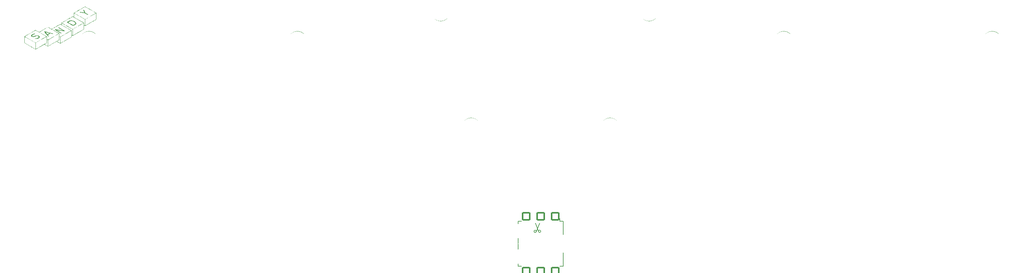
<source format=gto>
G04 #@! TF.GenerationSoftware,KiCad,Pcbnew,(6.0.10-0)*
G04 #@! TF.CreationDate,2023-02-16T14:01:49+09:00*
G04 #@! TF.ProjectId,Sandy_Middle,53616e64-795f-44d6-9964-646c652e6b69,v.0*
G04 #@! TF.SameCoordinates,Original*
G04 #@! TF.FileFunction,Legend,Top*
G04 #@! TF.FilePolarity,Positive*
%FSLAX46Y46*%
G04 Gerber Fmt 4.6, Leading zero omitted, Abs format (unit mm)*
G04 Created by KiCad (PCBNEW (6.0.10-0)) date 2023-02-16 14:01:49*
%MOMM*%
%LPD*%
G01*
G04 APERTURE LIST*
G04 Aperture macros list*
%AMRoundRect*
0 Rectangle with rounded corners*
0 $1 Rounding radius*
0 $2 $3 $4 $5 $6 $7 $8 $9 X,Y pos of 4 corners*
0 Add a 4 corners polygon primitive as box body*
4,1,4,$2,$3,$4,$5,$6,$7,$8,$9,$2,$3,0*
0 Add four circle primitives for the rounded corners*
1,1,$1+$1,$2,$3*
1,1,$1+$1,$4,$5*
1,1,$1+$1,$6,$7*
1,1,$1+$1,$8,$9*
0 Add four rect primitives between the rounded corners*
20,1,$1+$1,$2,$3,$4,$5,0*
20,1,$1+$1,$4,$5,$6,$7,0*
20,1,$1+$1,$6,$7,$8,$9,0*
20,1,$1+$1,$8,$9,$2,$3,0*%
G04 Aperture macros list end*
%ADD10C,0.127000*%
%ADD11C,0.200000*%
%ADD12O,1.850000X4.400000*%
%ADD13C,2.000000*%
%ADD14RoundRect,0.200000X-0.950000X1.000000X-0.950000X-1.000000X0.950000X-1.000000X0.950000X1.000000X0*%
%ADD15C,4.800000*%
%ADD16C,2.150000*%
%ADD17C,4.387800*%
%ADD18C,6.496000*%
%ADD19O,8.781998X5.734000*%
%ADD20O,2.100000X2.100000*%
%ADD21C,2.400000*%
G04 APERTURE END LIST*
G36*
X31954367Y-32558797D02*
G01*
X31873183Y-32512323D01*
X31786008Y-32462088D01*
X31724435Y-32426419D01*
X31634312Y-32374201D01*
X31549276Y-32325118D01*
X31470913Y-32280074D01*
X31400808Y-32239971D01*
X31340549Y-32205713D01*
X31291723Y-32178202D01*
X31255914Y-32158342D01*
X31234711Y-32147035D01*
X31229435Y-32144692D01*
X31219734Y-32149599D01*
X31193747Y-32163980D01*
X31152481Y-32187254D01*
X31096941Y-32218845D01*
X31028135Y-32258172D01*
X30947069Y-32304657D01*
X30854749Y-32357722D01*
X30752181Y-32416787D01*
X30640373Y-32481273D01*
X30520331Y-32550603D01*
X30393060Y-32624196D01*
X30259569Y-32701474D01*
X30120862Y-32781859D01*
X30049435Y-32823287D01*
X29908196Y-32905148D01*
X29771462Y-32984244D01*
X29640257Y-33059990D01*
X29515604Y-33131802D01*
X29398527Y-33199095D01*
X29290049Y-33261284D01*
X29191194Y-33317785D01*
X29102987Y-33368013D01*
X29026449Y-33411384D01*
X28962606Y-33447314D01*
X28912480Y-33475217D01*
X28877095Y-33494508D01*
X28857475Y-33504605D01*
X28853939Y-33506016D01*
X28843668Y-33504375D01*
X28824813Y-33497109D01*
X28796319Y-33483644D01*
X28757129Y-33463408D01*
X28706188Y-33435827D01*
X28657488Y-33408710D01*
X28884320Y-33408710D01*
X28921877Y-33388896D01*
X28934510Y-33381781D01*
X28963514Y-33365160D01*
X29007962Y-33339570D01*
X29066926Y-33305548D01*
X29139480Y-33263631D01*
X29224696Y-33214354D01*
X29321648Y-33158256D01*
X29429407Y-33095872D01*
X29547047Y-33027740D01*
X29673641Y-32954396D01*
X29808262Y-32876377D01*
X29949982Y-32794219D01*
X30097874Y-32708460D01*
X30251011Y-32619637D01*
X30404435Y-32530624D01*
X31154334Y-32095497D01*
X31304020Y-32095497D01*
X31741727Y-32350741D01*
X31827136Y-32400480D01*
X31907332Y-32447056D01*
X31980655Y-32489514D01*
X32045443Y-32526897D01*
X32100035Y-32558251D01*
X32142772Y-32582619D01*
X32171992Y-32599045D01*
X32186035Y-32606575D01*
X32186992Y-32606957D01*
X32188113Y-32597348D01*
X32189124Y-32569193D01*
X32190016Y-32523954D01*
X32190781Y-32463093D01*
X32191409Y-32388072D01*
X32191893Y-32300352D01*
X32192223Y-32201395D01*
X32192391Y-32092664D01*
X32192387Y-31975619D01*
X32192204Y-31851724D01*
X32191992Y-31770793D01*
X32189435Y-30933656D01*
X32064435Y-30860701D01*
X32019504Y-30834743D01*
X31980686Y-30812820D01*
X31951251Y-30796738D01*
X31934465Y-30788305D01*
X31932031Y-30787479D01*
X31930494Y-30797105D01*
X31928958Y-30824798D01*
X31927463Y-30868619D01*
X31926050Y-30926626D01*
X31924761Y-30996880D01*
X31923635Y-31077440D01*
X31922715Y-31166367D01*
X31922039Y-31261718D01*
X31922031Y-31263157D01*
X31919435Y-31739102D01*
X31611727Y-31917300D01*
X31304020Y-32095497D01*
X31154334Y-32095497D01*
X31849435Y-31692166D01*
X31851992Y-30859540D01*
X31852294Y-30732416D01*
X31852409Y-30611218D01*
X31852347Y-30497410D01*
X31852116Y-30392461D01*
X31851725Y-30297838D01*
X31851183Y-30215006D01*
X31850499Y-30145434D01*
X31849681Y-30090587D01*
X31848739Y-30051933D01*
X31847680Y-30030938D01*
X31846992Y-30027428D01*
X31837662Y-30032406D01*
X31811911Y-30046886D01*
X31770636Y-30070353D01*
X31714728Y-30102294D01*
X31645083Y-30142193D01*
X31562595Y-30189536D01*
X31468156Y-30243809D01*
X31362662Y-30304498D01*
X31247005Y-30371089D01*
X31122081Y-30443067D01*
X30988783Y-30519917D01*
X30848005Y-30601126D01*
X30700641Y-30686179D01*
X30547585Y-30774562D01*
X30389730Y-30865761D01*
X30364435Y-30880379D01*
X28889435Y-31732817D01*
X28886877Y-32570763D01*
X28884320Y-33408710D01*
X28657488Y-33408710D01*
X28642438Y-33400330D01*
X28564825Y-33356342D01*
X28472293Y-33303290D01*
X28363784Y-33240603D01*
X28349544Y-33232350D01*
X28259969Y-33180537D01*
X28175470Y-33131878D01*
X28097646Y-33087279D01*
X28028097Y-33047648D01*
X27968424Y-33013890D01*
X27920227Y-32986913D01*
X27885106Y-32967623D01*
X27864661Y-32956927D01*
X27860040Y-32955009D01*
X27850276Y-32959973D01*
X27824216Y-32974414D01*
X27782859Y-32997759D01*
X27727201Y-33029433D01*
X27658240Y-33068864D01*
X27576974Y-33115477D01*
X27484401Y-33168698D01*
X27381517Y-33227954D01*
X27269321Y-33292670D01*
X27148810Y-33362273D01*
X27020981Y-33436189D01*
X26886832Y-33513844D01*
X26747361Y-33594665D01*
X26657210Y-33646948D01*
X26500088Y-33737999D01*
X26350667Y-33824384D01*
X26209740Y-33905651D01*
X26078102Y-33981349D01*
X25956547Y-34051026D01*
X25845868Y-34114232D01*
X25746861Y-34170515D01*
X25660317Y-34219424D01*
X25587033Y-34260507D01*
X25527801Y-34293313D01*
X25483416Y-34317391D01*
X25454671Y-34332290D01*
X25442362Y-34337557D01*
X25442210Y-34337561D01*
X25431274Y-34332500D01*
X25403943Y-34317881D01*
X25361109Y-34294215D01*
X25303660Y-34262010D01*
X25263106Y-34239086D01*
X25484435Y-34239086D01*
X25511935Y-34224206D01*
X25523449Y-34217641D01*
X25551348Y-34201567D01*
X25594715Y-34176514D01*
X25652635Y-34143012D01*
X25724192Y-34101592D01*
X25808472Y-34052784D01*
X25904558Y-33997120D01*
X26011534Y-33935129D01*
X26128486Y-33867342D01*
X26254498Y-33794289D01*
X26388655Y-33716502D01*
X26530040Y-33634510D01*
X26677738Y-33548844D01*
X26830835Y-33460035D01*
X26988413Y-33368613D01*
X26994435Y-33365119D01*
X27784086Y-32906956D01*
X27944868Y-32906956D01*
X27953290Y-32912888D01*
X27977052Y-32927601D01*
X28014144Y-32949928D01*
X28062552Y-32978699D01*
X28120266Y-33012746D01*
X28185274Y-33050902D01*
X28255566Y-33091997D01*
X28329128Y-33134863D01*
X28403950Y-33178332D01*
X28478021Y-33221236D01*
X28549328Y-33262405D01*
X28615861Y-33300673D01*
X28675607Y-33334870D01*
X28726556Y-33363828D01*
X28766696Y-33386378D01*
X28794016Y-33401353D01*
X28806503Y-33407584D01*
X28806935Y-33407691D01*
X28808079Y-33398017D01*
X28809169Y-33369801D01*
X28810194Y-33324508D01*
X28811139Y-33263603D01*
X28811991Y-33188551D01*
X28812738Y-33100818D01*
X28813365Y-33001868D01*
X28813860Y-32893168D01*
X28814210Y-32776183D01*
X28814401Y-32652377D01*
X28814435Y-32573937D01*
X28814435Y-31739630D01*
X28674982Y-31658577D01*
X28627599Y-31631227D01*
X28586419Y-31607818D01*
X28554469Y-31590041D01*
X28534777Y-31579589D01*
X28529982Y-31577524D01*
X28528884Y-31587209D01*
X28527858Y-31614985D01*
X28526925Y-31658936D01*
X28526109Y-31717146D01*
X28525430Y-31787698D01*
X28524911Y-31868676D01*
X28524572Y-31958164D01*
X28524436Y-32054245D01*
X28524435Y-32066167D01*
X28524394Y-32178091D01*
X28524233Y-32271701D01*
X28523892Y-32348691D01*
X28523313Y-32410756D01*
X28522438Y-32459590D01*
X28521206Y-32496886D01*
X28519560Y-32524339D01*
X28517441Y-32543644D01*
X28514789Y-32556493D01*
X28511546Y-32564581D01*
X28507653Y-32569603D01*
X28506935Y-32570264D01*
X28494170Y-32578961D01*
X28466310Y-32596269D01*
X28425607Y-32620844D01*
X28374316Y-32651341D01*
X28314688Y-32686416D01*
X28248977Y-32724725D01*
X28216935Y-32743290D01*
X28150179Y-32782085D01*
X28089375Y-32817795D01*
X28036590Y-32849174D01*
X27993895Y-32874979D01*
X27963356Y-32893965D01*
X27947043Y-32904888D01*
X27944868Y-32906956D01*
X27784086Y-32906956D01*
X28449435Y-32520914D01*
X28451992Y-31689077D01*
X28452303Y-31562001D01*
X28452445Y-31440839D01*
X28452425Y-31327061D01*
X28452251Y-31222135D01*
X28451929Y-31127531D01*
X28451469Y-31044716D01*
X28450876Y-30975160D01*
X28450159Y-30920331D01*
X28449324Y-30881699D01*
X28448380Y-30860731D01*
X28447770Y-30857241D01*
X28438521Y-30862157D01*
X28412845Y-30876565D01*
X28371634Y-30899951D01*
X28315782Y-30931803D01*
X28246181Y-30971608D01*
X28163724Y-31018852D01*
X28069305Y-31073023D01*
X27963815Y-31133608D01*
X27848149Y-31200094D01*
X27723199Y-31271969D01*
X27589858Y-31348719D01*
X27449018Y-31429831D01*
X27301574Y-31514794D01*
X27148417Y-31603093D01*
X26990441Y-31694215D01*
X26962951Y-31710077D01*
X25484912Y-32562912D01*
X25484673Y-33400999D01*
X25484435Y-34239086D01*
X25263106Y-34239086D01*
X25232487Y-34221778D01*
X25148479Y-34174027D01*
X25052528Y-34119268D01*
X24945521Y-34058009D01*
X24828350Y-33990761D01*
X24701905Y-33918033D01*
X24567074Y-33840336D01*
X24424749Y-33758178D01*
X24275819Y-33672070D01*
X24121173Y-33582521D01*
X23961703Y-33490042D01*
X23899435Y-33453895D01*
X22379435Y-32571279D01*
X22376882Y-31666305D01*
X22376732Y-31612984D01*
X22444639Y-31612984D01*
X22444642Y-31690069D01*
X22444850Y-32522897D01*
X23922142Y-33379908D01*
X24080724Y-33471885D01*
X24234654Y-33561123D01*
X24383040Y-33647108D01*
X24524990Y-33729324D01*
X24659613Y-33807256D01*
X24786016Y-33880388D01*
X24903308Y-33948206D01*
X25010595Y-34010193D01*
X25106987Y-34065835D01*
X25191592Y-34114616D01*
X25263516Y-34156022D01*
X25321869Y-34189535D01*
X25365758Y-34214642D01*
X25394292Y-34230827D01*
X25406577Y-34237574D01*
X25406992Y-34237746D01*
X25408113Y-34228114D01*
X25409124Y-34199937D01*
X25410016Y-34154678D01*
X25410781Y-34093798D01*
X25411410Y-34018762D01*
X25411894Y-33931030D01*
X25412223Y-33832065D01*
X25412391Y-33723331D01*
X25412387Y-33606290D01*
X25412203Y-33482404D01*
X25411992Y-33401861D01*
X25409435Y-32565150D01*
X23930699Y-31711196D01*
X23772009Y-31619566D01*
X23618017Y-31530674D01*
X23469611Y-31445030D01*
X23327682Y-31363149D01*
X23193120Y-31285542D01*
X23066817Y-31212724D01*
X22949660Y-31145205D01*
X22842542Y-31083500D01*
X22746352Y-31028120D01*
X22661980Y-30979579D01*
X22590316Y-30938390D01*
X22532251Y-30905064D01*
X22488675Y-30880116D01*
X22460478Y-30864057D01*
X22448550Y-30857401D01*
X22448199Y-30857241D01*
X22447627Y-30867000D01*
X22447086Y-30895299D01*
X22446583Y-30940671D01*
X22446123Y-31001646D01*
X22445714Y-31076758D01*
X22445361Y-31164538D01*
X22445071Y-31263518D01*
X22444850Y-31372231D01*
X22444704Y-31489209D01*
X22444639Y-31612984D01*
X22376732Y-31612984D01*
X22374412Y-30790809D01*
X22494627Y-30790809D01*
X22505003Y-30797713D01*
X22531548Y-30813859D01*
X22573174Y-30838621D01*
X22628794Y-30871374D01*
X22697320Y-30911493D01*
X22777665Y-30958350D01*
X22868741Y-31011321D01*
X22969460Y-31069780D01*
X23078735Y-31133100D01*
X23195479Y-31200657D01*
X23318603Y-31271825D01*
X23447021Y-31345977D01*
X23579644Y-31422489D01*
X23715385Y-31500733D01*
X23853157Y-31580086D01*
X23991871Y-31659920D01*
X24130441Y-31739610D01*
X24267779Y-31818530D01*
X24402797Y-31896056D01*
X24534408Y-31971560D01*
X24661523Y-32044417D01*
X24783056Y-32114001D01*
X24897919Y-32179688D01*
X25005025Y-32240850D01*
X25103285Y-32296862D01*
X25191613Y-32347099D01*
X25268920Y-32390934D01*
X25334119Y-32427743D01*
X25386122Y-32456898D01*
X25423843Y-32477776D01*
X25446193Y-32489748D01*
X25452260Y-32492502D01*
X25462170Y-32487123D01*
X25488500Y-32472259D01*
X25530350Y-32448426D01*
X25586818Y-32416142D01*
X25657005Y-32375925D01*
X25740011Y-32328294D01*
X25834933Y-32273764D01*
X25940874Y-32212855D01*
X26056930Y-32146084D01*
X26182203Y-32073969D01*
X26315792Y-31997028D01*
X26456796Y-31915778D01*
X26604315Y-31830736D01*
X26757448Y-31742422D01*
X26915295Y-31651352D01*
X26934554Y-31640238D01*
X27092724Y-31548930D01*
X27246154Y-31460302D01*
X27393951Y-31374873D01*
X27535226Y-31293158D01*
X27669088Y-31215675D01*
X27794645Y-31142941D01*
X27911007Y-31075473D01*
X28017283Y-31013789D01*
X28112582Y-30958405D01*
X28196013Y-30909839D01*
X28266685Y-30868607D01*
X28323708Y-30835227D01*
X28366189Y-30810216D01*
X28393240Y-30794092D01*
X28403968Y-30787370D01*
X28404118Y-30787213D01*
X28395639Y-30781647D01*
X28370901Y-30766745D01*
X28330987Y-30743134D01*
X28276983Y-30711439D01*
X28209974Y-30672286D01*
X28131044Y-30626301D01*
X28041279Y-30574109D01*
X27941764Y-30516337D01*
X27833583Y-30453610D01*
X27717822Y-30386555D01*
X27595565Y-30315796D01*
X27467897Y-30241960D01*
X27335904Y-30165673D01*
X27200670Y-30087560D01*
X27063280Y-30008247D01*
X26924819Y-29928360D01*
X26786372Y-29848526D01*
X26649025Y-29769368D01*
X26513861Y-29691515D01*
X26381966Y-29615591D01*
X26351510Y-29598071D01*
X26514571Y-29598071D01*
X26523037Y-29603803D01*
X26547742Y-29618871D01*
X26587586Y-29642634D01*
X26641472Y-29674452D01*
X26708301Y-29713682D01*
X26786974Y-29759685D01*
X26876395Y-29811819D01*
X26975464Y-29869444D01*
X27083083Y-29931918D01*
X27198154Y-29998601D01*
X27319579Y-30068852D01*
X27446259Y-30142029D01*
X27481935Y-30162617D01*
X27610720Y-30236937D01*
X27735143Y-30308768D01*
X27854050Y-30377443D01*
X27966284Y-30442293D01*
X28070692Y-30502650D01*
X28166117Y-30557844D01*
X28251405Y-30607209D01*
X28325401Y-30650075D01*
X28386949Y-30685774D01*
X28434895Y-30713637D01*
X28468083Y-30732997D01*
X28485358Y-30743185D01*
X28486935Y-30744145D01*
X28524435Y-30767456D01*
X28524435Y-31484633D01*
X28681935Y-31575976D01*
X28732772Y-31605009D01*
X28777969Y-31629970D01*
X28814582Y-31649304D01*
X28839672Y-31661453D01*
X28850097Y-31664938D01*
X28859768Y-31659759D01*
X28885857Y-31645085D01*
X28927468Y-31621433D01*
X28983702Y-31589318D01*
X29053662Y-31549256D01*
X29136450Y-31501765D01*
X29231168Y-31447359D01*
X29336919Y-31386556D01*
X29452805Y-31319870D01*
X29577929Y-31247819D01*
X29711392Y-31170919D01*
X29852298Y-31089686D01*
X29999748Y-31004635D01*
X30152844Y-30916284D01*
X30310690Y-30825147D01*
X30332597Y-30812496D01*
X30490876Y-30721050D01*
X30644411Y-30632282D01*
X30792313Y-30546711D01*
X30933691Y-30464852D01*
X31067657Y-30387224D01*
X31193321Y-30314342D01*
X31309793Y-30246725D01*
X31416183Y-30184889D01*
X31511602Y-30129351D01*
X31595161Y-30080629D01*
X31665970Y-30039239D01*
X31723139Y-30005699D01*
X31765778Y-29980525D01*
X31792999Y-29964235D01*
X31803911Y-29957347D01*
X31804086Y-29957159D01*
X31795531Y-29951679D01*
X31770532Y-29936730D01*
X31729978Y-29912828D01*
X31674759Y-29880488D01*
X31605761Y-29840226D01*
X31523874Y-29792556D01*
X31429986Y-29737996D01*
X31324986Y-29677060D01*
X31209762Y-29610264D01*
X31085202Y-29538123D01*
X30952196Y-29461154D01*
X30811631Y-29379871D01*
X30664396Y-29294790D01*
X30511379Y-29206427D01*
X30353470Y-29115298D01*
X30325121Y-29098944D01*
X29765959Y-28776391D01*
X29924483Y-28776391D01*
X29932975Y-28781945D01*
X29957716Y-28796854D01*
X29997627Y-28820489D01*
X30051624Y-28852220D01*
X30118627Y-28891417D01*
X30197554Y-28937451D01*
X30287323Y-28989692D01*
X30386854Y-29047510D01*
X30495065Y-29110276D01*
X30610874Y-29177360D01*
X30733200Y-29248132D01*
X30860961Y-29321963D01*
X30921983Y-29357197D01*
X31919435Y-29932970D01*
X31924669Y-30693708D01*
X32072052Y-30779637D01*
X32120589Y-30807888D01*
X32162742Y-30832332D01*
X32195638Y-30851311D01*
X32216404Y-30863167D01*
X32222345Y-30866406D01*
X32231175Y-30861582D01*
X32256433Y-30847270D01*
X32297226Y-30823984D01*
X32352661Y-30792238D01*
X32421844Y-30752545D01*
X32503883Y-30705421D01*
X32597884Y-30651377D01*
X32702954Y-30590929D01*
X32818200Y-30524591D01*
X32942727Y-30452876D01*
X33075644Y-30376298D01*
X33216057Y-30295371D01*
X33363072Y-30210609D01*
X33515796Y-30122527D01*
X33673337Y-30031637D01*
X33692345Y-30020668D01*
X33850601Y-29929322D01*
X34004244Y-29840589D01*
X34152373Y-29754992D01*
X34294085Y-29673053D01*
X34428479Y-29595296D01*
X34554654Y-29522244D01*
X34671709Y-29454419D01*
X34778740Y-29392345D01*
X34874847Y-29336544D01*
X34959129Y-29287539D01*
X35030684Y-29245853D01*
X35088609Y-29212010D01*
X35132004Y-29186531D01*
X35159967Y-29169941D01*
X35171597Y-29162761D01*
X35171833Y-29162575D01*
X35169712Y-29158861D01*
X35159503Y-29150690D01*
X35140612Y-29137710D01*
X35112446Y-29119573D01*
X35074411Y-29095926D01*
X35025912Y-29066420D01*
X34966356Y-29030703D01*
X34895149Y-28988427D01*
X34811697Y-28939239D01*
X34715405Y-28882790D01*
X34605681Y-28818729D01*
X34481931Y-28746706D01*
X34343559Y-28666370D01*
X34189973Y-28577370D01*
X34020578Y-28479357D01*
X33834781Y-28371979D01*
X33711833Y-28300978D01*
X33553322Y-28209516D01*
X33399390Y-28120801D01*
X33250938Y-28035347D01*
X33108867Y-27953668D01*
X32974078Y-27876280D01*
X32847472Y-27803696D01*
X32729948Y-27736432D01*
X32622407Y-27675000D01*
X32525751Y-27619917D01*
X32440880Y-27571695D01*
X32368694Y-27530850D01*
X32310095Y-27497896D01*
X32265982Y-27473348D01*
X32237257Y-27457719D01*
X32224819Y-27451525D01*
X32224435Y-27451440D01*
X32214319Y-27456381D01*
X32188198Y-27470608D01*
X32147300Y-27493413D01*
X32092859Y-27524086D01*
X32026104Y-27561917D01*
X31948269Y-27606197D01*
X31860583Y-27656218D01*
X31764278Y-27711268D01*
X31660587Y-27770640D01*
X31550739Y-27833623D01*
X31435967Y-27899509D01*
X31317501Y-27967588D01*
X31196573Y-28037150D01*
X31074416Y-28107487D01*
X30952258Y-28177888D01*
X30831333Y-28247646D01*
X30712872Y-28316049D01*
X30598106Y-28382389D01*
X30488266Y-28445956D01*
X30384583Y-28506042D01*
X30288290Y-28561937D01*
X30200617Y-28612930D01*
X30122796Y-28658314D01*
X30056058Y-28697378D01*
X30001634Y-28729414D01*
X29960757Y-28753712D01*
X29934656Y-28769562D01*
X29924564Y-28776255D01*
X29924483Y-28776391D01*
X29765959Y-28776391D01*
X28846504Y-28246003D01*
X27680605Y-28918873D01*
X27539948Y-29000095D01*
X27404141Y-29078606D01*
X27274185Y-29153822D01*
X27151080Y-29225161D01*
X27035827Y-29292040D01*
X26929427Y-29353877D01*
X26832879Y-29410087D01*
X26747184Y-29460090D01*
X26673343Y-29503301D01*
X26612356Y-29539138D01*
X26565225Y-29567019D01*
X26532948Y-29586361D01*
X26516527Y-29596580D01*
X26514571Y-29598071D01*
X26351510Y-29598071D01*
X26254426Y-29542222D01*
X26132324Y-29472033D01*
X26016745Y-29405652D01*
X25908776Y-29343703D01*
X25809500Y-29286813D01*
X25720003Y-29235607D01*
X25641369Y-29190711D01*
X25574684Y-29152751D01*
X25521032Y-29122353D01*
X25481499Y-29100142D01*
X25457169Y-29086745D01*
X25449181Y-29082741D01*
X25438766Y-29087458D01*
X25412256Y-29101565D01*
X25370731Y-29124435D01*
X25315274Y-29155445D01*
X25246964Y-29193969D01*
X25166884Y-29239382D01*
X25076113Y-29291059D01*
X24975734Y-29348376D01*
X24866827Y-29410707D01*
X24750473Y-29477428D01*
X24627753Y-29547912D01*
X24499749Y-29621536D01*
X24367541Y-29697675D01*
X24232211Y-29775703D01*
X24094839Y-29854996D01*
X23956507Y-29934928D01*
X23818295Y-30014875D01*
X23681285Y-30094211D01*
X23546558Y-30172312D01*
X23415194Y-30248552D01*
X23288276Y-30322307D01*
X23166883Y-30392952D01*
X23052097Y-30459862D01*
X22944998Y-30522412D01*
X22846669Y-30579976D01*
X22758190Y-30631930D01*
X22680642Y-30677649D01*
X22615107Y-30716508D01*
X22562664Y-30747882D01*
X22524396Y-30771146D01*
X22501383Y-30785674D01*
X22494627Y-30790809D01*
X22374412Y-30790809D01*
X22374329Y-30761330D01*
X23902613Y-29878919D01*
X24064146Y-29785702D01*
X24221117Y-29695217D01*
X24372641Y-29607968D01*
X24517834Y-29524461D01*
X24655812Y-29445203D01*
X24785691Y-29370696D01*
X24906587Y-29301448D01*
X25017615Y-29237964D01*
X25117892Y-29180748D01*
X25206534Y-29130306D01*
X25282656Y-29087143D01*
X25345375Y-29051765D01*
X25393806Y-29024676D01*
X25427066Y-29006383D01*
X25444270Y-28997390D01*
X25446497Y-28996508D01*
X25457857Y-29001388D01*
X25484880Y-29015423D01*
X25525944Y-29037704D01*
X25579423Y-29067323D01*
X25643697Y-29103370D01*
X25717140Y-29144939D01*
X25798131Y-29191119D01*
X25885046Y-29241004D01*
X25940766Y-29273145D01*
X26030333Y-29324804D01*
X26114802Y-29373320D01*
X26192571Y-29417787D01*
X26262043Y-29457301D01*
X26321615Y-29490956D01*
X26369689Y-29517847D01*
X26404663Y-29537069D01*
X26424939Y-29547716D01*
X26429435Y-29549614D01*
X26439132Y-29544679D01*
X26465145Y-29530294D01*
X26506478Y-29507031D01*
X26562134Y-29475459D01*
X26631119Y-29436151D01*
X26712436Y-29389676D01*
X26805090Y-29336605D01*
X26908086Y-29277508D01*
X27020426Y-29212958D01*
X27141115Y-29143523D01*
X27269159Y-29069775D01*
X27403561Y-28992285D01*
X27543324Y-28911623D01*
X27638016Y-28856930D01*
X27812675Y-28756123D01*
X27975560Y-28662331D01*
X28126192Y-28575823D01*
X28264092Y-28496872D01*
X28388781Y-28425747D01*
X28499780Y-28362720D01*
X28596611Y-28308061D01*
X28678795Y-28262041D01*
X28745852Y-28224931D01*
X28797304Y-28197002D01*
X28832672Y-28178525D01*
X28851477Y-28169769D01*
X28854403Y-28169072D01*
X28866182Y-28174822D01*
X28893640Y-28189681D01*
X28935149Y-28212728D01*
X28989082Y-28243044D01*
X29053813Y-28279707D01*
X29127714Y-28321796D01*
X29209158Y-28368393D01*
X29296518Y-28418574D01*
X29355508Y-28452567D01*
X29445367Y-28504326D01*
X29529988Y-28552903D01*
X29607797Y-28597407D01*
X29677222Y-28636945D01*
X29736689Y-28670626D01*
X29784625Y-28697557D01*
X29819456Y-28716847D01*
X29839610Y-28727604D01*
X29844121Y-28729592D01*
X29853260Y-28724464D01*
X29878720Y-28709906D01*
X29919499Y-28686493D01*
X29974598Y-28654802D01*
X30043018Y-28615410D01*
X30123760Y-28568891D01*
X30215823Y-28515824D01*
X30318208Y-28456783D01*
X30429916Y-28392345D01*
X30549947Y-28323087D01*
X30677302Y-28249584D01*
X30810980Y-28172413D01*
X30949983Y-28092149D01*
X31028468Y-28046823D01*
X31170196Y-27965045D01*
X31307328Y-27886073D01*
X31438851Y-27810481D01*
X31563749Y-27738847D01*
X31681011Y-27671747D01*
X31789621Y-27609757D01*
X31888568Y-27553453D01*
X31976837Y-27503412D01*
X32053414Y-27460209D01*
X32117287Y-27424421D01*
X32167441Y-27396624D01*
X32202864Y-27377394D01*
X32222540Y-27367308D01*
X32226260Y-27365866D01*
X32240842Y-27370730D01*
X32269293Y-27384192D01*
X32308333Y-27404556D01*
X32354678Y-27430127D01*
X32390879Y-27450900D01*
X32439204Y-27478952D01*
X32481207Y-27503104D01*
X32513982Y-27521705D01*
X32534625Y-27533104D01*
X32540418Y-27535933D01*
X32541509Y-27526369D01*
X32542678Y-27499437D01*
X32543861Y-27457777D01*
X32544993Y-27404027D01*
X32546008Y-27340826D01*
X32546766Y-27278332D01*
X32548468Y-27114046D01*
X32614435Y-27114046D01*
X32614576Y-27347498D01*
X32614718Y-27580951D01*
X33940909Y-28346252D01*
X34091399Y-28433110D01*
X34237315Y-28517357D01*
X34377704Y-28598441D01*
X34511609Y-28675808D01*
X34638075Y-28748907D01*
X34756148Y-28817184D01*
X34864872Y-28880086D01*
X34963292Y-28937061D01*
X35050453Y-28987556D01*
X35125399Y-29031018D01*
X35187176Y-29066893D01*
X35234828Y-29094630D01*
X35267400Y-29113676D01*
X35283938Y-29123477D01*
X35285767Y-29124626D01*
X35289638Y-29128053D01*
X35292935Y-29133502D01*
X35295705Y-29142492D01*
X35297994Y-29156541D01*
X35299848Y-29177168D01*
X35301315Y-29205891D01*
X35302440Y-29244229D01*
X35303271Y-29293701D01*
X35303853Y-29355826D01*
X35304234Y-29432123D01*
X35304460Y-29524109D01*
X35304577Y-29633303D01*
X35304626Y-29739868D01*
X35304817Y-30342038D01*
X35437126Y-30419080D01*
X35483415Y-30445790D01*
X35523649Y-30468547D01*
X35554655Y-30485593D01*
X35573260Y-30495167D01*
X35576992Y-30496610D01*
X35578113Y-30486926D01*
X35579125Y-30458699D01*
X35580017Y-30413391D01*
X35580782Y-30352467D01*
X35581411Y-30277391D01*
X35581895Y-30189627D01*
X35582224Y-30090638D01*
X35582391Y-29981888D01*
X35582389Y-29934817D01*
X35656456Y-29934817D01*
X35656589Y-30055376D01*
X35656938Y-30163679D01*
X35657497Y-30258641D01*
X35658255Y-30339175D01*
X35659206Y-30404197D01*
X35660341Y-30452621D01*
X35661650Y-30483362D01*
X35663126Y-30495335D01*
X35663348Y-30495451D01*
X35672833Y-30490155D01*
X35698727Y-30475344D01*
X35740137Y-30451533D01*
X35796168Y-30419240D01*
X35865926Y-30378982D01*
X35948516Y-30331276D01*
X36043046Y-30276638D01*
X36148621Y-30215587D01*
X36264346Y-30148639D01*
X36389328Y-30076312D01*
X36522672Y-29999121D01*
X36663484Y-29917585D01*
X36810871Y-29832220D01*
X36963937Y-29743544D01*
X37121790Y-29652073D01*
X37148212Y-29636760D01*
X38624049Y-28781424D01*
X38624242Y-27948596D01*
X38624229Y-27821441D01*
X38624135Y-27700200D01*
X38623967Y-27586342D01*
X38623728Y-27481333D01*
X38623427Y-27386642D01*
X38623068Y-27303737D01*
X38622658Y-27234086D01*
X38622203Y-27179156D01*
X38621709Y-27140415D01*
X38621181Y-27119332D01*
X38620850Y-27115768D01*
X38611949Y-27120685D01*
X38586619Y-27135097D01*
X38545750Y-27158489D01*
X38490231Y-27190349D01*
X38420954Y-27230164D01*
X38338807Y-27277423D01*
X38244681Y-27331611D01*
X38139466Y-27392217D01*
X38024052Y-27458727D01*
X37899329Y-27530630D01*
X37766187Y-27607412D01*
X37625515Y-27688560D01*
X37478205Y-27773563D01*
X37325146Y-27861907D01*
X37167227Y-27953079D01*
X37138350Y-27969754D01*
X35659435Y-28823740D01*
X35656877Y-29661272D01*
X35656550Y-29803087D01*
X35656456Y-29934817D01*
X35582389Y-29934817D01*
X35582386Y-29864841D01*
X35582202Y-29740961D01*
X35581992Y-29660973D01*
X35579435Y-28824847D01*
X34159435Y-28004664D01*
X34002902Y-27914257D01*
X33850445Y-27826215D01*
X33703025Y-27741091D01*
X33561598Y-27659439D01*
X33427126Y-27581811D01*
X33300567Y-27508763D01*
X33182880Y-27440846D01*
X33075026Y-27378616D01*
X32977962Y-27322624D01*
X32892648Y-27273425D01*
X32820044Y-27231572D01*
X32761109Y-27197618D01*
X32716802Y-27172118D01*
X32688082Y-27155624D01*
X32676935Y-27149264D01*
X32614435Y-27114046D01*
X32548468Y-27114046D01*
X32549190Y-27044340D01*
X32662845Y-27044340D01*
X32670765Y-27049778D01*
X32694934Y-27064577D01*
X32734274Y-27088111D01*
X32787702Y-27119753D01*
X32854139Y-27158878D01*
X32932504Y-27204859D01*
X33021716Y-27257071D01*
X33120695Y-27314887D01*
X33228362Y-27377681D01*
X33343634Y-27444828D01*
X33465432Y-27515700D01*
X33592675Y-27589674D01*
X33724283Y-27666121D01*
X33859175Y-27744416D01*
X33996271Y-27823933D01*
X34134490Y-27904047D01*
X34272752Y-27984130D01*
X34409977Y-28063557D01*
X34545083Y-28141702D01*
X34676991Y-28217939D01*
X34804619Y-28291641D01*
X34926888Y-28362184D01*
X35042717Y-28428940D01*
X35151026Y-28491283D01*
X35250734Y-28548588D01*
X35340760Y-28600228D01*
X35420024Y-28645578D01*
X35487446Y-28684012D01*
X35541945Y-28714902D01*
X35582441Y-28737624D01*
X35607853Y-28751551D01*
X35617041Y-28756066D01*
X35626378Y-28751184D01*
X35652139Y-28736806D01*
X35693427Y-28713444D01*
X35749350Y-28681613D01*
X35819012Y-28641826D01*
X35901520Y-28594595D01*
X35995979Y-28540435D01*
X36101494Y-28479859D01*
X36217173Y-28413381D01*
X36342120Y-28341514D01*
X36475440Y-28264771D01*
X36616241Y-28183666D01*
X36763626Y-28098712D01*
X36916703Y-28010423D01*
X37074577Y-27919312D01*
X37099541Y-27904900D01*
X37257999Y-27813378D01*
X37411714Y-27724523D01*
X37559797Y-27638850D01*
X37701358Y-27556878D01*
X37835509Y-27479123D01*
X37961362Y-27406103D01*
X38078026Y-27338334D01*
X38184613Y-27276334D01*
X38280234Y-27220620D01*
X38364001Y-27171709D01*
X38435024Y-27130118D01*
X38492415Y-27096364D01*
X38535284Y-27070965D01*
X38562743Y-27054438D01*
X38573903Y-27047298D01*
X38574116Y-27047062D01*
X38565561Y-27041157D01*
X38540726Y-27025952D01*
X38500696Y-27002073D01*
X38446557Y-26970144D01*
X38379396Y-26930789D01*
X38300298Y-26884633D01*
X38210350Y-26832300D01*
X38110637Y-26774416D01*
X38002245Y-26711604D01*
X37886261Y-26644490D01*
X37763770Y-26573697D01*
X37635858Y-26499851D01*
X37503612Y-26423575D01*
X37368117Y-26345495D01*
X37230459Y-26266235D01*
X37091725Y-26186419D01*
X36953000Y-26106673D01*
X36815370Y-26027620D01*
X36679922Y-25949885D01*
X36547740Y-25874093D01*
X36419912Y-25800869D01*
X36297523Y-25730836D01*
X36181660Y-25664619D01*
X36073407Y-25602844D01*
X35973852Y-25546134D01*
X35884080Y-25495114D01*
X35862591Y-25482939D01*
X36024435Y-25482939D01*
X37356935Y-26252330D01*
X38689435Y-27021720D01*
X38699435Y-27617860D01*
X38839435Y-27701018D01*
X38886973Y-27729047D01*
X38928539Y-27753160D01*
X38961085Y-27771621D01*
X38981558Y-27782690D01*
X38986992Y-27785104D01*
X38987001Y-27785026D01*
X39064435Y-27785026D01*
X39206935Y-27702346D01*
X39231850Y-27687894D01*
X39273005Y-27664030D01*
X39329333Y-27631371D01*
X39399766Y-27590536D01*
X39483241Y-27542143D01*
X39578689Y-27486809D01*
X39685045Y-27425154D01*
X39801243Y-27357794D01*
X39926216Y-27285348D01*
X40058898Y-27208434D01*
X40198224Y-27127670D01*
X40343126Y-27043675D01*
X40492539Y-26957066D01*
X40645397Y-26868461D01*
X40691935Y-26841486D01*
X42034435Y-26063305D01*
X42034435Y-24394292D01*
X41986345Y-24422005D01*
X41972520Y-24429983D01*
X41942315Y-24447422D01*
X41896671Y-24473778D01*
X41836528Y-24508508D01*
X41762829Y-24551069D01*
X41676512Y-24600917D01*
X41578519Y-24657510D01*
X41469790Y-24720303D01*
X41351267Y-24788755D01*
X41223889Y-24862320D01*
X41088599Y-24940456D01*
X40946335Y-25022621D01*
X40798040Y-25108269D01*
X40644654Y-25196859D01*
X40501345Y-25279629D01*
X39064435Y-26109540D01*
X39064435Y-27785026D01*
X38987001Y-27785026D01*
X38988112Y-27775488D01*
X38989123Y-27747326D01*
X38990016Y-27702080D01*
X38990780Y-27641211D01*
X38991409Y-27566182D01*
X38991893Y-27478455D01*
X38992223Y-27379490D01*
X38992390Y-27270751D01*
X38992387Y-27153698D01*
X38992204Y-27029793D01*
X38991992Y-26948727D01*
X38989435Y-26111422D01*
X37519435Y-25262144D01*
X37361074Y-25170665D01*
X37207322Y-25081871D01*
X37059077Y-24996281D01*
X36917240Y-24914414D01*
X36782709Y-24836787D01*
X36656385Y-24763920D01*
X36539168Y-24696331D01*
X36431957Y-24634539D01*
X36335652Y-24579062D01*
X36251154Y-24530419D01*
X36179361Y-24489128D01*
X36121173Y-24455708D01*
X36077490Y-24430678D01*
X36049213Y-24414556D01*
X36037240Y-24407861D01*
X36036935Y-24407713D01*
X36034113Y-24410299D01*
X36031722Y-24421442D01*
X36029731Y-24442449D01*
X36028111Y-24474629D01*
X36026829Y-24519289D01*
X36025856Y-24577736D01*
X36025161Y-24651280D01*
X36024714Y-24741227D01*
X36024483Y-24848886D01*
X36024435Y-24942749D01*
X36024435Y-25482939D01*
X35862591Y-25482939D01*
X35805176Y-25450409D01*
X35738229Y-25412643D01*
X35684322Y-25382440D01*
X35644542Y-25360426D01*
X35619976Y-25347225D01*
X35611748Y-25343399D01*
X35601988Y-25348648D01*
X35576002Y-25363280D01*
X35534883Y-25386666D01*
X35479722Y-25418176D01*
X35411608Y-25457182D01*
X35331634Y-25503055D01*
X35240890Y-25555164D01*
X35140467Y-25612880D01*
X35031456Y-25675576D01*
X34914948Y-25742620D01*
X34792034Y-25813384D01*
X34663805Y-25887239D01*
X34531351Y-25963555D01*
X34395765Y-26041703D01*
X34258136Y-26121053D01*
X34119555Y-26200978D01*
X33981115Y-26280846D01*
X33843905Y-26360030D01*
X33709016Y-26437899D01*
X33577540Y-26513825D01*
X33450567Y-26587178D01*
X33329189Y-26657329D01*
X33214496Y-26723648D01*
X33107579Y-26785507D01*
X33009530Y-26842276D01*
X32921439Y-26893326D01*
X32844396Y-26938028D01*
X32779494Y-26975751D01*
X32727823Y-27005868D01*
X32690474Y-27027749D01*
X32668538Y-27040764D01*
X32662845Y-27044340D01*
X32549190Y-27044340D01*
X32549435Y-27020730D01*
X34078248Y-26137883D01*
X34239746Y-26044658D01*
X34396639Y-25954164D01*
X34548045Y-25866906D01*
X34693084Y-25783388D01*
X34830874Y-25704114D01*
X34960535Y-25629591D01*
X35081186Y-25560323D01*
X35191947Y-25496815D01*
X35291935Y-25439571D01*
X35380272Y-25389097D01*
X35456075Y-25345898D01*
X35518463Y-25310478D01*
X35566557Y-25283343D01*
X35599475Y-25264996D01*
X35616337Y-25255944D01*
X35618428Y-25255035D01*
X35630392Y-25259833D01*
X35656603Y-25273152D01*
X35694064Y-25293376D01*
X35739778Y-25318892D01*
X35784615Y-25344535D01*
X35939435Y-25434034D01*
X35944435Y-24874844D01*
X35945761Y-24746355D01*
X35947300Y-24632772D01*
X35949032Y-24534844D01*
X35950937Y-24453320D01*
X35952996Y-24388949D01*
X35955188Y-24342481D01*
X35955307Y-24341046D01*
X36083253Y-24341046D01*
X36084589Y-24343626D01*
X36085880Y-24344677D01*
X36096040Y-24350742D01*
X36122355Y-24366147D01*
X36163735Y-24390263D01*
X36219091Y-24422457D01*
X36287335Y-24462101D01*
X36367377Y-24508563D01*
X36458127Y-24561212D01*
X36558497Y-24619419D01*
X36667398Y-24682552D01*
X36783740Y-24749982D01*
X36906435Y-24821077D01*
X37034393Y-24895208D01*
X37166525Y-24971743D01*
X37301742Y-25050052D01*
X37438955Y-25129505D01*
X37577074Y-25209471D01*
X37715011Y-25289319D01*
X37851677Y-25368419D01*
X37985982Y-25446140D01*
X38116837Y-25521853D01*
X38243153Y-25594925D01*
X38363841Y-25664728D01*
X38477812Y-25730630D01*
X38583976Y-25792000D01*
X38681245Y-25848209D01*
X38768529Y-25898626D01*
X38844740Y-25942620D01*
X38908787Y-25979560D01*
X38959583Y-26008817D01*
X38996038Y-26029759D01*
X39017062Y-26041756D01*
X39022035Y-26044501D01*
X39030830Y-26039679D01*
X39056055Y-26025368D01*
X39096817Y-26002085D01*
X39152221Y-25970341D01*
X39221376Y-25930651D01*
X39303388Y-25883529D01*
X39397364Y-25829489D01*
X39502412Y-25769044D01*
X39617638Y-25702709D01*
X39742150Y-25630997D01*
X39875055Y-25554421D01*
X40015459Y-25473496D01*
X40162470Y-25388736D01*
X40315195Y-25300655D01*
X40472741Y-25209765D01*
X40492035Y-25198632D01*
X40650310Y-25107280D01*
X40803973Y-25018541D01*
X40952123Y-24932938D01*
X41093857Y-24850995D01*
X41228275Y-24773233D01*
X41354474Y-24700175D01*
X41471554Y-24632346D01*
X41578612Y-24570266D01*
X41674747Y-24514459D01*
X41759057Y-24465449D01*
X41830642Y-24423757D01*
X41888598Y-24389906D01*
X41932026Y-24364420D01*
X41960022Y-24347821D01*
X41971687Y-24340632D01*
X41971929Y-24340443D01*
X41969832Y-24336743D01*
X41959669Y-24328598D01*
X41940847Y-24315660D01*
X41912769Y-24297575D01*
X41874841Y-24273994D01*
X41826468Y-24244565D01*
X41767056Y-24208937D01*
X41696008Y-24166760D01*
X41612732Y-24117681D01*
X41516631Y-24061351D01*
X41407110Y-23997419D01*
X41283575Y-23925532D01*
X41145431Y-23845341D01*
X40992084Y-23756494D01*
X40822937Y-23658640D01*
X40637396Y-23551428D01*
X40511929Y-23478985D01*
X40353403Y-23387532D01*
X40199453Y-23298826D01*
X40050980Y-23213381D01*
X39908885Y-23131713D01*
X39774068Y-23054334D01*
X39647431Y-22981759D01*
X39529875Y-22914503D01*
X39422300Y-22853081D01*
X39325608Y-22798005D01*
X39240700Y-22749792D01*
X39168476Y-22708954D01*
X39109837Y-22676007D01*
X39065685Y-22651465D01*
X39036921Y-22635842D01*
X39024444Y-22629653D01*
X39024054Y-22629568D01*
X39013871Y-22634551D01*
X38987274Y-22649035D01*
X38945166Y-22672503D01*
X38888447Y-22704441D01*
X38818018Y-22744333D01*
X38734782Y-22791665D01*
X38639638Y-22845922D01*
X38533488Y-22906588D01*
X38417234Y-22973148D01*
X38291776Y-23045088D01*
X38158015Y-23121891D01*
X38016853Y-23203043D01*
X37869191Y-23288030D01*
X37715930Y-23376335D01*
X37557971Y-23467444D01*
X37536384Y-23479903D01*
X37349124Y-23587995D01*
X37178443Y-23686549D01*
X37023588Y-23776015D01*
X36883806Y-23856841D01*
X36758345Y-23929474D01*
X36646453Y-23994365D01*
X36547376Y-24051962D01*
X36460363Y-24102712D01*
X36384661Y-24147066D01*
X36319517Y-24185471D01*
X36264179Y-24218376D01*
X36217895Y-24246229D01*
X36179912Y-24269480D01*
X36149478Y-24288577D01*
X36125839Y-24303969D01*
X36108245Y-24316103D01*
X36095941Y-24325430D01*
X36088176Y-24332397D01*
X36084198Y-24337452D01*
X36083253Y-24341046D01*
X35955307Y-24341046D01*
X35957494Y-24314663D01*
X35959435Y-24306316D01*
X35970308Y-24299223D01*
X35997373Y-24282878D01*
X36039556Y-24257896D01*
X36095787Y-24224894D01*
X36164995Y-24184486D01*
X36246108Y-24137288D01*
X36338055Y-24083918D01*
X36439765Y-24024989D01*
X36550166Y-23961118D01*
X36668188Y-23892921D01*
X36792758Y-23821013D01*
X36922807Y-23746011D01*
X37057261Y-23668530D01*
X37195051Y-23589185D01*
X37335105Y-23508594D01*
X37476351Y-23427370D01*
X37617719Y-23346131D01*
X37758137Y-23265491D01*
X37896533Y-23186067D01*
X38031837Y-23108475D01*
X38162978Y-23033329D01*
X38288883Y-22961247D01*
X38408483Y-22892843D01*
X38520704Y-22828734D01*
X38624477Y-22769535D01*
X38718730Y-22715862D01*
X38802392Y-22668331D01*
X38874391Y-22627558D01*
X38933656Y-22594158D01*
X38979116Y-22568747D01*
X39009699Y-22551941D01*
X39024335Y-22544356D01*
X39025428Y-22543968D01*
X39035354Y-22548865D01*
X39061528Y-22563147D01*
X39102874Y-22586195D01*
X39158317Y-22617391D01*
X39226783Y-22656120D01*
X39307197Y-22701762D01*
X39398484Y-22753702D01*
X39499568Y-22811322D01*
X39609376Y-22874003D01*
X39726831Y-22941130D01*
X39850860Y-23012085D01*
X39980387Y-23086249D01*
X40114337Y-23163007D01*
X40251636Y-23241740D01*
X40391209Y-23321832D01*
X40531980Y-23402664D01*
X40672875Y-23483620D01*
X40812819Y-23564082D01*
X40950738Y-23643434D01*
X41085555Y-23721056D01*
X41216196Y-23796333D01*
X41341587Y-23868647D01*
X41460652Y-23937381D01*
X41572317Y-24001916D01*
X41675506Y-24061637D01*
X41769146Y-24115925D01*
X41852160Y-24164163D01*
X41923474Y-24205734D01*
X41982013Y-24240020D01*
X42026702Y-24266405D01*
X42056466Y-24284270D01*
X42066935Y-24290785D01*
X42104435Y-24314949D01*
X42104435Y-26105086D01*
X42066935Y-26129561D01*
X42048780Y-26140770D01*
X42014943Y-26160986D01*
X41966495Y-26189591D01*
X41904510Y-26225966D01*
X41830059Y-26269491D01*
X41744214Y-26319548D01*
X41648047Y-26375518D01*
X41542631Y-26436781D01*
X41429037Y-26502718D01*
X41308339Y-26572711D01*
X41181607Y-26646140D01*
X41049914Y-26722387D01*
X40914333Y-26800831D01*
X40775935Y-26880855D01*
X40635792Y-26961839D01*
X40494977Y-27043164D01*
X40354562Y-27124210D01*
X40215618Y-27204360D01*
X40079219Y-27282994D01*
X39946436Y-27359492D01*
X39818342Y-27433236D01*
X39696007Y-27503607D01*
X39580506Y-27569986D01*
X39472909Y-27631753D01*
X39374289Y-27688289D01*
X39285719Y-27738976D01*
X39208269Y-27783195D01*
X39143013Y-27820326D01*
X39091022Y-27849750D01*
X39053369Y-27870848D01*
X39031126Y-27883001D01*
X39025182Y-27885875D01*
X39011761Y-27880986D01*
X38984222Y-27867540D01*
X38945660Y-27847166D01*
X38899171Y-27821494D01*
X38854435Y-27795972D01*
X38699435Y-27706266D01*
X38689435Y-28829968D01*
X37164435Y-29714483D01*
X37003103Y-29807994D01*
X36846284Y-29898764D01*
X36694864Y-29986287D01*
X36549731Y-30070055D01*
X36411771Y-30149560D01*
X36281870Y-30224293D01*
X36160915Y-30293748D01*
X36049793Y-30357416D01*
X35949392Y-30414790D01*
X35860596Y-30465361D01*
X35784294Y-30508622D01*
X35721371Y-30544066D01*
X35672716Y-30571184D01*
X35639213Y-30589469D01*
X35621751Y-30598412D01*
X35619435Y-30599261D01*
X35604452Y-30594490D01*
X35575606Y-30581111D01*
X35536192Y-30560806D01*
X35489499Y-30535253D01*
X35451935Y-30513801D01*
X35304435Y-30428077D01*
X35304435Y-30676448D01*
X35304265Y-30755415D01*
X35303668Y-30816661D01*
X35302514Y-30862471D01*
X35300673Y-30895128D01*
X35298014Y-30916917D01*
X35294408Y-30930123D01*
X35289723Y-30937030D01*
X35289568Y-30937161D01*
X35278018Y-30944603D01*
X35250348Y-30961311D01*
X35207630Y-30986668D01*
X35150930Y-31020055D01*
X35081318Y-31060855D01*
X34999863Y-31108451D01*
X34907634Y-31162224D01*
X34805699Y-31221557D01*
X34695127Y-31285832D01*
X34576987Y-31354433D01*
X34452348Y-31426740D01*
X34322278Y-31502137D01*
X34187847Y-31580005D01*
X34050123Y-31659727D01*
X33910174Y-31740686D01*
X33769070Y-31822263D01*
X33627880Y-31903841D01*
X33487671Y-31984802D01*
X33349514Y-32064530D01*
X33214477Y-32142405D01*
X33083628Y-32217810D01*
X32958037Y-32290128D01*
X32838771Y-32358741D01*
X32726901Y-32423032D01*
X32623494Y-32482381D01*
X32529620Y-32536173D01*
X32446347Y-32583790D01*
X32374745Y-32624612D01*
X32315881Y-32658024D01*
X32270825Y-32683407D01*
X32240645Y-32700144D01*
X32226411Y-32707616D01*
X32225447Y-32707966D01*
X32214037Y-32703067D01*
X32186972Y-32688977D01*
X32145862Y-32666599D01*
X32092317Y-32636840D01*
X32039482Y-32607097D01*
X32264435Y-32607097D01*
X32431935Y-32510131D01*
X32459975Y-32493891D01*
X32504213Y-32468258D01*
X32563543Y-32433874D01*
X32636859Y-32391380D01*
X32723055Y-32341416D01*
X32821026Y-32284625D01*
X32929665Y-32221647D01*
X33047867Y-32153123D01*
X33174526Y-32079694D01*
X33308536Y-32002001D01*
X33448791Y-31920686D01*
X33594185Y-31836389D01*
X33743614Y-31749751D01*
X33895970Y-31661414D01*
X33914435Y-31650708D01*
X35229435Y-30888250D01*
X35231992Y-30051893D01*
X35232413Y-29900372D01*
X35232680Y-29767707D01*
X35232778Y-29652746D01*
X35232691Y-29554338D01*
X35232404Y-29471331D01*
X35231903Y-29402574D01*
X35231171Y-29346915D01*
X35230193Y-29303203D01*
X35228955Y-29270287D01*
X35227441Y-29247014D01*
X35225636Y-29232233D01*
X35223524Y-29224793D01*
X35221091Y-29223542D01*
X35221044Y-29223569D01*
X35211062Y-29229360D01*
X35184659Y-29244636D01*
X35142737Y-29268876D01*
X35086196Y-29301560D01*
X35015937Y-29342167D01*
X34932859Y-29390178D01*
X34837862Y-29445072D01*
X34731848Y-29506330D01*
X34615717Y-29573429D01*
X34490369Y-29645851D01*
X34356704Y-29723076D01*
X34215623Y-29804582D01*
X34068026Y-29889851D01*
X33914813Y-29978360D01*
X33756885Y-30069591D01*
X33735987Y-30081663D01*
X32264435Y-30931725D01*
X32264435Y-32607097D01*
X32039482Y-32607097D01*
X32027948Y-32600604D01*
X31954367Y-32558797D01*
G37*
G36*
X25232775Y-30028236D02*
G01*
X25276151Y-30046291D01*
X25286935Y-30054468D01*
X25302383Y-30079946D01*
X25302666Y-30109710D01*
X25288381Y-30135735D01*
X25280407Y-30142242D01*
X25261671Y-30149952D01*
X25227806Y-30159666D01*
X25183428Y-30170202D01*
X25133151Y-30180378D01*
X25127150Y-30181481D01*
X25042825Y-30197622D01*
X24973254Y-30213036D01*
X24913309Y-30229144D01*
X24857859Y-30247371D01*
X24801776Y-30269139D01*
X24783482Y-30276820D01*
X24701276Y-30316328D01*
X24627406Y-30360655D01*
X24564203Y-30407885D01*
X24514002Y-30456104D01*
X24479136Y-30503398D01*
X24463926Y-30539005D01*
X24457902Y-30574203D01*
X24462903Y-30603600D01*
X24480936Y-30634041D01*
X24497726Y-30654382D01*
X24545471Y-30695131D01*
X24607487Y-30727312D01*
X24679438Y-30749690D01*
X24756987Y-30761035D01*
X24835798Y-30760113D01*
X24859508Y-30757190D01*
X24902402Y-30749803D01*
X24942432Y-30740573D01*
X24983014Y-30728217D01*
X25027569Y-30711449D01*
X25079515Y-30688985D01*
X25142273Y-30659541D01*
X25217716Y-30622596D01*
X25313665Y-30576944D01*
X25398525Y-30541168D01*
X25477487Y-30513518D01*
X25555743Y-30492249D01*
X25638484Y-30475614D01*
X25669435Y-30470567D01*
X25791411Y-30459159D01*
X25914907Y-30461632D01*
X26036904Y-30477188D01*
X26154383Y-30505033D01*
X26264327Y-30544370D01*
X26363718Y-30594403D01*
X26449537Y-30654337D01*
X26484003Y-30685382D01*
X26518659Y-30720899D01*
X26541707Y-30749157D01*
X26556911Y-30775692D01*
X26568038Y-30806044D01*
X26569590Y-30811277D01*
X26580857Y-30873204D01*
X26576010Y-30931824D01*
X26555482Y-30991869D01*
X26514446Y-31061191D01*
X26454916Y-31128332D01*
X26378358Y-31192428D01*
X26286233Y-31252616D01*
X26180008Y-31308030D01*
X26061144Y-31357805D01*
X25931106Y-31401078D01*
X25808266Y-31433167D01*
X25748456Y-31445766D01*
X25693503Y-31454383D01*
X25636053Y-31459858D01*
X25568751Y-31463028D01*
X25539435Y-31463794D01*
X25471799Y-31464412D01*
X25417286Y-31463091D01*
X25378300Y-31459934D01*
X25359435Y-31455986D01*
X25321155Y-31436502D01*
X25300300Y-31411649D01*
X25294435Y-31381249D01*
X25300580Y-31350867D01*
X25313399Y-31337984D01*
X25330074Y-31333499D01*
X25362385Y-31328363D01*
X25406006Y-31323149D01*
X25456613Y-31318427D01*
X25468295Y-31317508D01*
X25573520Y-31307459D01*
X25664679Y-31293670D01*
X25747579Y-31274666D01*
X25828025Y-31248973D01*
X25911824Y-31215114D01*
X25962634Y-31191918D01*
X26048653Y-31147326D01*
X26126383Y-31099113D01*
X26193706Y-31049047D01*
X26248499Y-30998898D01*
X26288642Y-30950436D01*
X26312013Y-30905430D01*
X26314036Y-30898739D01*
X26317524Y-30849372D01*
X26301275Y-30801318D01*
X26265527Y-30754896D01*
X26210519Y-30710421D01*
X26143887Y-30671892D01*
X26071319Y-30640086D01*
X26000395Y-30619947D01*
X25924594Y-30610189D01*
X25837397Y-30609524D01*
X25829435Y-30609838D01*
X25765199Y-30614605D01*
X25704885Y-30623997D01*
X25644535Y-30639246D01*
X25580191Y-30661584D01*
X25507897Y-30692240D01*
X25423695Y-30732447D01*
X25404435Y-30742066D01*
X25282985Y-30799343D01*
X25171968Y-30843288D01*
X25067765Y-30874811D01*
X24966758Y-30894819D01*
X24865328Y-30904220D01*
X24759858Y-30903922D01*
X24759435Y-30903903D01*
X24639850Y-30891497D01*
X24528922Y-30865883D01*
X24429000Y-30827882D01*
X24342432Y-30778320D01*
X24295363Y-30741131D01*
X24248559Y-30692535D01*
X24218793Y-30644592D01*
X24203792Y-30592745D01*
X24200860Y-30551651D01*
X24206415Y-30495296D01*
X24224651Y-30442620D01*
X24257407Y-30389953D01*
X24306521Y-30333625D01*
X24313794Y-30326252D01*
X24384038Y-30266628D01*
X24471836Y-30210234D01*
X24574845Y-30158266D01*
X24690720Y-30111923D01*
X24802593Y-30076429D01*
X24912772Y-30048522D01*
X25012169Y-30029691D01*
X25099495Y-30019994D01*
X25173460Y-30019489D01*
X25232775Y-30028236D01*
G37*
G36*
X27904658Y-29538586D02*
G01*
X27878255Y-29501535D01*
X27858723Y-29471954D01*
X27845357Y-29448824D01*
X27837455Y-29431126D01*
X27834311Y-29417842D01*
X27835223Y-29407953D01*
X27839487Y-29400441D01*
X27846398Y-29394287D01*
X27854653Y-29388847D01*
X27863531Y-29383444D01*
X27872490Y-29378888D01*
X27882610Y-29375422D01*
X27894971Y-29373286D01*
X27910655Y-29372723D01*
X27930742Y-29373974D01*
X27956313Y-29377280D01*
X27988447Y-29382883D01*
X28028226Y-29391025D01*
X28076731Y-29401947D01*
X28135041Y-29415891D01*
X28204238Y-29433098D01*
X28285401Y-29453809D01*
X28379612Y-29478268D01*
X28487951Y-29506714D01*
X28611499Y-29539390D01*
X28751336Y-29576536D01*
X28908543Y-29618396D01*
X29049435Y-29655944D01*
X29193838Y-29694508D01*
X29333381Y-29731922D01*
X29466780Y-29767835D01*
X29592754Y-29801895D01*
X29710019Y-29833750D01*
X29817293Y-29863049D01*
X29913292Y-29889439D01*
X29996736Y-29912570D01*
X30066340Y-29932088D01*
X30120822Y-29947644D01*
X30158900Y-29958884D01*
X30179291Y-29965458D01*
X30181680Y-29966426D01*
X30215910Y-29989428D01*
X30231844Y-30015160D01*
X30230348Y-30040621D01*
X30212288Y-30062808D01*
X30178530Y-30078720D01*
X30147655Y-30084367D01*
X30129067Y-30084734D01*
X30104428Y-30082398D01*
X30071566Y-30076896D01*
X30028309Y-30067770D01*
X29972487Y-30054558D01*
X29901926Y-30036799D01*
X29814456Y-30014034D01*
X29807807Y-30012284D01*
X29516407Y-29935543D01*
X29165421Y-30138236D01*
X29089274Y-30182399D01*
X29018812Y-30223632D01*
X28955862Y-30260836D01*
X28902251Y-30292915D01*
X28859807Y-30318773D01*
X28830357Y-30337313D01*
X28815728Y-30347439D01*
X28814435Y-30348868D01*
X28820377Y-30358782D01*
X28836955Y-30381824D01*
X28862296Y-30415509D01*
X28894526Y-30457354D01*
X28931770Y-30504876D01*
X28939375Y-30514488D01*
X28986778Y-30575132D01*
X29022047Y-30622693D01*
X29046116Y-30659231D01*
X29059918Y-30686811D01*
X29064388Y-30707493D01*
X29060460Y-30723342D01*
X29049066Y-30736418D01*
X29042209Y-30741628D01*
X29014855Y-30752031D01*
X28976051Y-30756504D01*
X28933450Y-30755056D01*
X28894700Y-30747695D01*
X28878477Y-30741465D01*
X28865397Y-30730110D01*
X28840164Y-30702955D01*
X28802774Y-30659993D01*
X28753220Y-30601217D01*
X28691497Y-30526621D01*
X28617598Y-30436196D01*
X28531517Y-30329936D01*
X28433249Y-30207834D01*
X28340977Y-30092640D01*
X28246773Y-29974784D01*
X28164366Y-29871528D01*
X28093053Y-29781852D01*
X28032129Y-29704739D01*
X27980891Y-29639169D01*
X27962585Y-29615322D01*
X28224447Y-29615322D01*
X28230479Y-29624692D01*
X28247412Y-29647408D01*
X28273515Y-29681307D01*
X28307056Y-29724222D01*
X28346301Y-29773991D01*
X28389520Y-29828448D01*
X28434980Y-29885429D01*
X28480949Y-29942770D01*
X28525695Y-29998306D01*
X28567486Y-30049873D01*
X28604590Y-30095306D01*
X28635274Y-30132441D01*
X28657807Y-30159113D01*
X28670456Y-30173159D01*
X28671908Y-30174472D01*
X28689093Y-30184804D01*
X28696647Y-30186977D01*
X28707067Y-30182146D01*
X28732618Y-30168458D01*
X28771143Y-30147122D01*
X28820488Y-30119347D01*
X28878498Y-30086342D01*
X28943018Y-30049315D01*
X28975427Y-30030607D01*
X29041544Y-29991980D01*
X29101294Y-29956317D01*
X29152672Y-29924874D01*
X29193674Y-29898910D01*
X29222295Y-29879680D01*
X29236531Y-29868441D01*
X29237627Y-29866211D01*
X29225897Y-29861473D01*
X29197090Y-29852442D01*
X29153446Y-29839706D01*
X29097208Y-29823857D01*
X29030618Y-29805485D01*
X28955917Y-29785181D01*
X28875349Y-29763534D01*
X28791154Y-29741136D01*
X28705576Y-29718577D01*
X28620856Y-29696447D01*
X28539236Y-29675336D01*
X28462958Y-29655836D01*
X28394265Y-29638536D01*
X28335398Y-29624028D01*
X28288600Y-29612901D01*
X28256112Y-29605745D01*
X28240177Y-29603153D01*
X28239113Y-29603254D01*
X28226123Y-29611695D01*
X28224447Y-29615322D01*
X27962585Y-29615322D01*
X27938636Y-29584124D01*
X27904658Y-29538586D01*
G37*
G36*
X31854627Y-28301678D02*
G01*
X31871284Y-28306919D01*
X31883767Y-28313345D01*
X31912042Y-28328944D01*
X31954604Y-28352848D01*
X32009943Y-28384188D01*
X32076555Y-28422094D01*
X32152933Y-28465700D01*
X32237569Y-28514137D01*
X32328958Y-28566535D01*
X32425591Y-28622027D01*
X32525963Y-28679744D01*
X32628568Y-28738817D01*
X32731897Y-28798379D01*
X32834445Y-28857560D01*
X32934705Y-28915492D01*
X33031170Y-28971308D01*
X33122334Y-29024137D01*
X33206689Y-29073112D01*
X33282729Y-29117365D01*
X33348948Y-29156027D01*
X33403839Y-29188229D01*
X33445894Y-29213103D01*
X33473608Y-29229780D01*
X33485227Y-29237201D01*
X33504710Y-29261630D01*
X33507098Y-29289009D01*
X33493968Y-29315122D01*
X33466896Y-29335751D01*
X33445448Y-29343536D01*
X33432491Y-29342965D01*
X33401047Y-29339719D01*
X33352427Y-29333975D01*
X33287942Y-29325907D01*
X33208900Y-29315689D01*
X33116614Y-29303497D01*
X33012392Y-29289504D01*
X32897545Y-29273886D01*
X32773383Y-29256817D01*
X32641217Y-29238473D01*
X32502356Y-29219026D01*
X32358110Y-29198654D01*
X32347218Y-29197108D01*
X32203078Y-29176699D01*
X32064539Y-29157173D01*
X31932879Y-29138707D01*
X31809378Y-29121475D01*
X31695315Y-29105653D01*
X31591970Y-29091417D01*
X31500622Y-29078942D01*
X31422551Y-29068403D01*
X31359035Y-29059976D01*
X31311355Y-29053836D01*
X31280789Y-29050160D01*
X31268617Y-29049121D01*
X31268462Y-29049168D01*
X31267364Y-29050901D01*
X31268053Y-29053343D01*
X31271685Y-29057181D01*
X31279415Y-29063102D01*
X31292397Y-29071794D01*
X31311786Y-29083943D01*
X31338738Y-29100238D01*
X31374408Y-29121364D01*
X31419951Y-29148009D01*
X31476521Y-29180860D01*
X31545274Y-29220604D01*
X31627365Y-29267929D01*
X31723948Y-29323522D01*
X31836180Y-29388069D01*
X31894435Y-29421563D01*
X32020415Y-29494130D01*
X32129997Y-29557574D01*
X32224227Y-29612553D01*
X32304154Y-29659724D01*
X32370825Y-29699745D01*
X32425289Y-29733275D01*
X32468593Y-29760970D01*
X32501785Y-29783490D01*
X32525914Y-29801492D01*
X32542026Y-29815633D01*
X32551171Y-29826572D01*
X32554395Y-29834966D01*
X32554435Y-29835889D01*
X32548692Y-29849294D01*
X32535922Y-29867498D01*
X32509750Y-29885505D01*
X32471227Y-29894657D01*
X32426048Y-29894726D01*
X32379905Y-29885486D01*
X32352904Y-29874783D01*
X32333918Y-29864681D01*
X32299824Y-29845736D01*
X32252131Y-29818822D01*
X32192346Y-29784812D01*
X32121977Y-29744580D01*
X32042530Y-29699002D01*
X31955514Y-29648950D01*
X31862436Y-29595299D01*
X31764803Y-29538922D01*
X31664124Y-29480695D01*
X31561904Y-29421491D01*
X31459653Y-29362184D01*
X31358877Y-29303648D01*
X31261084Y-29246757D01*
X31167781Y-29192386D01*
X31080476Y-29141408D01*
X31000677Y-29094697D01*
X30929890Y-29053128D01*
X30869624Y-29017575D01*
X30821385Y-28988911D01*
X30786682Y-28968011D01*
X30767022Y-28955748D01*
X30763234Y-28953066D01*
X30746457Y-28927007D01*
X30748240Y-28899867D01*
X30767671Y-28875132D01*
X30786747Y-28863222D01*
X30824059Y-28844981D01*
X31890069Y-28991617D01*
X32033717Y-29011316D01*
X32171778Y-29030131D01*
X32302965Y-29047892D01*
X32425991Y-29064432D01*
X32539568Y-29079579D01*
X32642407Y-29093166D01*
X32733222Y-29105023D01*
X32810725Y-29114981D01*
X32873629Y-29122871D01*
X32920645Y-29128523D01*
X32950486Y-29131770D01*
X32961865Y-29132440D01*
X32961923Y-29132406D01*
X32963997Y-29123300D01*
X32963601Y-29122894D01*
X32954456Y-29117420D01*
X32929373Y-29102786D01*
X32889755Y-29079802D01*
X32837004Y-29049278D01*
X32772521Y-29012023D01*
X32697711Y-28968847D01*
X32613974Y-28920561D01*
X32522714Y-28867973D01*
X32425333Y-28811895D01*
X32354435Y-28771089D01*
X32252971Y-28712602D01*
X32156207Y-28656630D01*
X32065604Y-28604031D01*
X31982623Y-28555660D01*
X31908725Y-28512377D01*
X31845373Y-28475038D01*
X31794027Y-28444501D01*
X31756148Y-28421624D01*
X31733198Y-28407264D01*
X31726935Y-28402865D01*
X31709536Y-28377837D01*
X31704435Y-28355652D01*
X31713467Y-28331384D01*
X31737541Y-28312527D01*
X31772117Y-28300407D01*
X31812659Y-28296349D01*
X31854627Y-28301678D01*
G37*
G36*
X34074435Y-26847070D02*
G01*
X34080381Y-26820782D01*
X34091935Y-26803854D01*
X34104832Y-26795239D01*
X34132611Y-26778222D01*
X34172749Y-26754261D01*
X34222725Y-26724812D01*
X34280017Y-26691332D01*
X34342102Y-26655277D01*
X34406458Y-26618105D01*
X34470563Y-26581271D01*
X34531894Y-26546233D01*
X34587931Y-26514448D01*
X34636150Y-26487372D01*
X34674030Y-26466461D01*
X34699048Y-26453174D01*
X34699435Y-26452978D01*
X34786119Y-26417825D01*
X34887948Y-26391480D01*
X35001960Y-26374251D01*
X35125193Y-26366448D01*
X35254686Y-26368378D01*
X35387478Y-26380351D01*
X35391422Y-26380860D01*
X35547812Y-26407390D01*
X35700899Y-26445254D01*
X35848619Y-26493420D01*
X35988909Y-26550853D01*
X36119706Y-26616521D01*
X36238946Y-26689389D01*
X36344567Y-26768425D01*
X36434504Y-26852595D01*
X36505167Y-26938681D01*
X36548802Y-27008054D01*
X36577419Y-27072246D01*
X36592958Y-27136689D01*
X36597344Y-27196966D01*
X36589943Y-27273975D01*
X36565575Y-27341029D01*
X36523410Y-27399991D01*
X36494547Y-27427753D01*
X36474432Y-27442627D01*
X36439333Y-27465886D01*
X36391664Y-27496042D01*
X36333835Y-27531608D01*
X36268259Y-27571094D01*
X36197348Y-27613013D01*
X36142849Y-27644729D01*
X36061952Y-27691414D01*
X35996296Y-27729025D01*
X35943843Y-27758564D01*
X35902554Y-27781032D01*
X35870390Y-27797429D01*
X35845313Y-27808758D01*
X35825284Y-27816018D01*
X35808265Y-27820212D01*
X35792218Y-27822340D01*
X35779435Y-27823191D01*
X35736486Y-27822907D01*
X35703275Y-27815621D01*
X35679435Y-27804734D01*
X35661740Y-27794867D01*
X35628635Y-27776068D01*
X35581665Y-27749231D01*
X35522378Y-27715249D01*
X35452322Y-27675016D01*
X35373043Y-27629424D01*
X35286090Y-27579368D01*
X35193009Y-27525740D01*
X35095349Y-27469435D01*
X34994656Y-27411346D01*
X34892477Y-27352366D01*
X34790361Y-27293389D01*
X34689854Y-27235308D01*
X34592504Y-27179017D01*
X34499858Y-27125409D01*
X34413463Y-27075377D01*
X34334867Y-27029816D01*
X34265618Y-26989618D01*
X34207262Y-26955677D01*
X34161348Y-26928887D01*
X34129421Y-26910141D01*
X34113030Y-26900332D01*
X34111935Y-26899640D01*
X34086401Y-26879469D01*
X34077822Y-26863460D01*
X34378893Y-26863460D01*
X34387967Y-26868960D01*
X34413050Y-26883690D01*
X34452826Y-26906886D01*
X34505977Y-26937784D01*
X34571186Y-26975622D01*
X34647136Y-27019636D01*
X34732510Y-27069061D01*
X34825990Y-27123135D01*
X34926260Y-27181093D01*
X35032003Y-27242173D01*
X35065012Y-27261231D01*
X35189839Y-27333273D01*
X35298525Y-27395921D01*
X35392239Y-27449800D01*
X35472150Y-27495541D01*
X35539427Y-27533768D01*
X35595240Y-27565111D01*
X35640757Y-27590197D01*
X35677148Y-27609652D01*
X35705581Y-27624105D01*
X35727226Y-27634183D01*
X35743252Y-27640513D01*
X35754827Y-27643722D01*
X35763122Y-27644439D01*
X35769304Y-27643291D01*
X35773481Y-27641468D01*
X35789200Y-27632833D01*
X35819554Y-27615716D01*
X35861861Y-27591646D01*
X35913439Y-27562151D01*
X35971608Y-27528762D01*
X36019600Y-27501130D01*
X36081723Y-27464823D01*
X36139761Y-27429984D01*
X36190896Y-27398375D01*
X36232312Y-27371758D01*
X36261194Y-27351898D01*
X36272811Y-27342617D01*
X36317705Y-27288330D01*
X36343330Y-27229158D01*
X36349713Y-27164877D01*
X36336884Y-27095266D01*
X36312322Y-27034606D01*
X36263136Y-26955743D01*
X36195764Y-26879835D01*
X36111928Y-26807921D01*
X36013349Y-26741046D01*
X35901751Y-26680250D01*
X35778855Y-26626577D01*
X35646383Y-26581067D01*
X35506058Y-26544764D01*
X35501078Y-26543685D01*
X35457383Y-26535096D01*
X35415544Y-26529012D01*
X35370614Y-26525050D01*
X35317645Y-26522828D01*
X35251687Y-26521962D01*
X35219435Y-26521911D01*
X35153039Y-26522330D01*
X35096501Y-26524126D01*
X35046898Y-26528253D01*
X35001303Y-26535665D01*
X34956792Y-26547318D01*
X34910441Y-26564167D01*
X34859325Y-26587165D01*
X34800518Y-26617268D01*
X34731097Y-26655429D01*
X34648136Y-26702605D01*
X34624768Y-26716017D01*
X34561124Y-26752783D01*
X34503728Y-26786337D01*
X34454706Y-26815403D01*
X34416184Y-26838707D01*
X34390285Y-26854974D01*
X34379137Y-26862929D01*
X34378893Y-26863460D01*
X34077822Y-26863460D01*
X34075628Y-26859366D01*
X34074435Y-26847070D01*
G37*
G36*
X38706507Y-23495699D02*
G01*
X38746138Y-23511674D01*
X38776046Y-23540861D01*
X38796306Y-23576413D01*
X38806056Y-23598260D01*
X38822422Y-23635968D01*
X38844295Y-23686940D01*
X38870570Y-23748581D01*
X38900138Y-23818294D01*
X38931893Y-23893483D01*
X38954752Y-23947804D01*
X38993752Y-24039961D01*
X39026140Y-24114952D01*
X39052608Y-24174236D01*
X39073846Y-24219275D01*
X39090547Y-24251527D01*
X39103402Y-24272454D01*
X39113101Y-24283516D01*
X39113991Y-24284183D01*
X39128274Y-24293158D01*
X39157810Y-24310848D01*
X39200497Y-24336025D01*
X39254235Y-24367460D01*
X39316921Y-24403923D01*
X39386454Y-24444187D01*
X39460734Y-24487020D01*
X39464435Y-24489150D01*
X39557560Y-24543006D01*
X39634497Y-24588179D01*
X39696609Y-24625578D01*
X39745260Y-24656113D01*
X39781814Y-24680693D01*
X39807634Y-24700227D01*
X39824084Y-24715623D01*
X39832528Y-24727793D01*
X39834435Y-24735843D01*
X39827946Y-24749024D01*
X39812101Y-24768046D01*
X39809889Y-24770299D01*
X39791608Y-24784947D01*
X39769852Y-24792347D01*
X39737283Y-24794669D01*
X39727389Y-24794713D01*
X39692434Y-24792782D01*
X39661615Y-24785627D01*
X39627144Y-24770914D01*
X39599435Y-24756380D01*
X39572576Y-24741436D01*
X39531360Y-24718132D01*
X39478727Y-24688147D01*
X39417616Y-24653161D01*
X39350969Y-24614855D01*
X39281727Y-24574909D01*
X39269435Y-24567802D01*
X39201752Y-24528755D01*
X39137674Y-24491980D01*
X39079807Y-24458956D01*
X39030758Y-24431165D01*
X38993132Y-24410089D01*
X38969537Y-24397208D01*
X38966112Y-24395429D01*
X38953752Y-24390366D01*
X38935209Y-24384902D01*
X38909095Y-24378808D01*
X38874021Y-24371857D01*
X38828600Y-24363818D01*
X38771443Y-24354465D01*
X38701162Y-24343569D01*
X38616369Y-24330900D01*
X38515675Y-24316231D01*
X38397693Y-24299333D01*
X38286112Y-24283518D01*
X38136618Y-24262206D01*
X38005359Y-24243079D01*
X37892569Y-24226172D01*
X37798482Y-24211523D01*
X37723331Y-24199170D01*
X37667350Y-24189149D01*
X37630771Y-24181499D01*
X37614486Y-24176599D01*
X37584688Y-24154709D01*
X37569688Y-24131046D01*
X37565034Y-24108273D01*
X37573482Y-24092158D01*
X37582850Y-24083847D01*
X37609575Y-24068554D01*
X37639322Y-24058926D01*
X37656731Y-24058975D01*
X37692786Y-24061926D01*
X37746368Y-24067640D01*
X37816355Y-24075979D01*
X37901625Y-24086805D01*
X38001059Y-24099978D01*
X38113535Y-24115362D01*
X38236108Y-24132558D01*
X38339959Y-24147135D01*
X38437905Y-24160581D01*
X38528153Y-24172672D01*
X38608913Y-24183182D01*
X38678393Y-24191884D01*
X38734802Y-24198555D01*
X38776348Y-24202967D01*
X38801240Y-24204895D01*
X38807906Y-24204573D01*
X38806168Y-24193814D01*
X38797368Y-24166865D01*
X38782345Y-24125914D01*
X38761943Y-24073148D01*
X38737002Y-24010758D01*
X38708363Y-23940930D01*
X38685406Y-23886041D01*
X38654160Y-23811240D01*
X38625584Y-23741494D01*
X38600593Y-23679142D01*
X38580103Y-23626525D01*
X38565031Y-23585985D01*
X38556292Y-23559861D01*
X38554435Y-23551430D01*
X38563022Y-23520900D01*
X38588358Y-23500653D01*
X38629804Y-23491086D01*
X38652863Y-23490360D01*
X38706507Y-23495699D01*
G37*
D10*
X157733435Y-81525280D02*
X157733435Y-82225280D01*
X157733435Y-86225280D02*
X157733435Y-89225280D01*
X169203435Y-81525280D02*
X170133435Y-81525280D01*
X169203435Y-81525280D02*
X169203435Y-80785280D01*
X158663435Y-81525280D02*
X157733435Y-81525280D01*
X170133435Y-81525280D02*
X170133435Y-85225280D01*
X170133435Y-93925280D02*
X169203435Y-93925280D01*
X157733435Y-93925280D02*
X158663435Y-93925280D01*
X170133435Y-90225280D02*
X170133435Y-93925280D01*
X157733435Y-93225280D02*
X157733435Y-93925280D01*
D11*
X163980860Y-84323705D02*
G75*
G03*
X163980860Y-84323705I-315000J0D01*
G01*
X162740860Y-84327280D02*
G75*
G03*
X162740860Y-84327280I-316425J0D01*
G01*
X162749435Y-84352280D02*
X163664435Y-82082280D01*
X163349435Y-84352280D02*
X162464435Y-82082280D01*
X191999060Y-25833530D02*
G75*
G03*
X195399060Y-25833530I1700000J1700000D01*
G01*
X146583435Y-53878405D02*
G75*
G03*
X143183435Y-53878405I-1700000J-1700000D01*
G01*
X41808435Y-30065905D02*
G75*
G03*
X38408435Y-30065905I-1700000J-1700000D01*
G01*
X134849060Y-25833530D02*
G75*
G03*
X138249060Y-25833530I1700000J1700000D01*
G01*
X98958435Y-30065905D02*
G75*
G03*
X95558435Y-30065905I-1700000J-1700000D01*
G01*
X184683435Y-53878405D02*
G75*
G03*
X181283435Y-53878405I-1700000J-1700000D01*
G01*
X232308435Y-30065905D02*
G75*
G03*
X228908435Y-30065905I-1700000J-1700000D01*
G01*
X289458435Y-30065905D02*
G75*
G03*
X286058435Y-30065905I-1700000J-1700000D01*
G01*
%LPC*%
D12*
X158408435Y-91225280D03*
D13*
X166933435Y-90725280D03*
D12*
X169458435Y-87725280D03*
X158408435Y-84225280D03*
D14*
X167933435Y-80225280D03*
X163933435Y-80225280D03*
X159933435Y-80225280D03*
X167933435Y-95225280D03*
X163933435Y-95225280D03*
X159933435Y-95225280D03*
D15*
X193699060Y-24133530D03*
D16*
X177903435Y-87725280D03*
X188063435Y-87725280D03*
D17*
X182983435Y-87725280D03*
D18*
X46585435Y-49244280D03*
D19*
X281408435Y-49251780D03*
D17*
X211558435Y-49625280D03*
D16*
X206478435Y-49625280D03*
X216638435Y-49625280D03*
X187428435Y-68675280D03*
D17*
X192508435Y-68675280D03*
D16*
X197588435Y-68675280D03*
X130278435Y-68700320D03*
X140438435Y-68700320D03*
D17*
X135358435Y-68700320D03*
D16*
X178538435Y-68675280D03*
X168378435Y-68675280D03*
D17*
X173458435Y-68675280D03*
X154408435Y-68675280D03*
D16*
X149328435Y-68675280D03*
X159488435Y-68675280D03*
D17*
X37727185Y-49625280D03*
D16*
X32647185Y-49625280D03*
X42807185Y-49625280D03*
X273788435Y-49625280D03*
X263628435Y-49625280D03*
D17*
X268708435Y-49625280D03*
D15*
X144883435Y-55578405D03*
X40108435Y-31765905D03*
X136549060Y-24133530D03*
D17*
X116308435Y-49625280D03*
D16*
X121388435Y-49625280D03*
X111228435Y-49625280D03*
D15*
X97258435Y-31765905D03*
D17*
X144883435Y-87725280D03*
D16*
X149963435Y-87725280D03*
X139803435Y-87725280D03*
D15*
X182983435Y-55578405D03*
X230608435Y-31765905D03*
D16*
X169013435Y-87725280D03*
X158853435Y-87725280D03*
D17*
X163933435Y-87725280D03*
X35345935Y-49625280D03*
D16*
X40425935Y-49625280D03*
X30265935Y-49625280D03*
D17*
X59158435Y-49625280D03*
D16*
X54078435Y-49625280D03*
X64238435Y-49625280D03*
X287440935Y-49625280D03*
X297600935Y-49625280D03*
D17*
X292520935Y-49625280D03*
D15*
X287758435Y-31765905D03*
X78208435Y-31765905D03*
D20*
X199852185Y-49244030D03*
X197952185Y-48244030D03*
X197952185Y-46244030D03*
X199852185Y-45244030D03*
D21*
X182983435Y-24622155D03*
D15*
X303236560Y-24133530D03*
D21*
X102020935Y-24622155D03*
D15*
X202033435Y-55625280D03*
X303236560Y-55587780D03*
X138930310Y-78200280D03*
D21*
X25820935Y-41290905D03*
D15*
X249658435Y-31765905D03*
X188936560Y-78200280D03*
D21*
X105592810Y-24622155D03*
D15*
X24630310Y-55587780D03*
D21*
X25820935Y-37719030D03*
X218702185Y-24622155D03*
D15*
X163933435Y-24133530D03*
X125833435Y-55578405D03*
X24630310Y-24133530D03*
D20*
X128014685Y-45244030D03*
X129914685Y-46244030D03*
X129914685Y-48244030D03*
X128014685Y-49244030D03*
X199852185Y-38528405D03*
X197952185Y-37528405D03*
X197952185Y-35528405D03*
X199852185Y-34528405D03*
D21*
X186555310Y-24622155D03*
X204414685Y-24622155D03*
X225845935Y-24622155D03*
X109164685Y-24622155D03*
X200842810Y-24622155D03*
X222274060Y-24622155D03*
M02*

</source>
